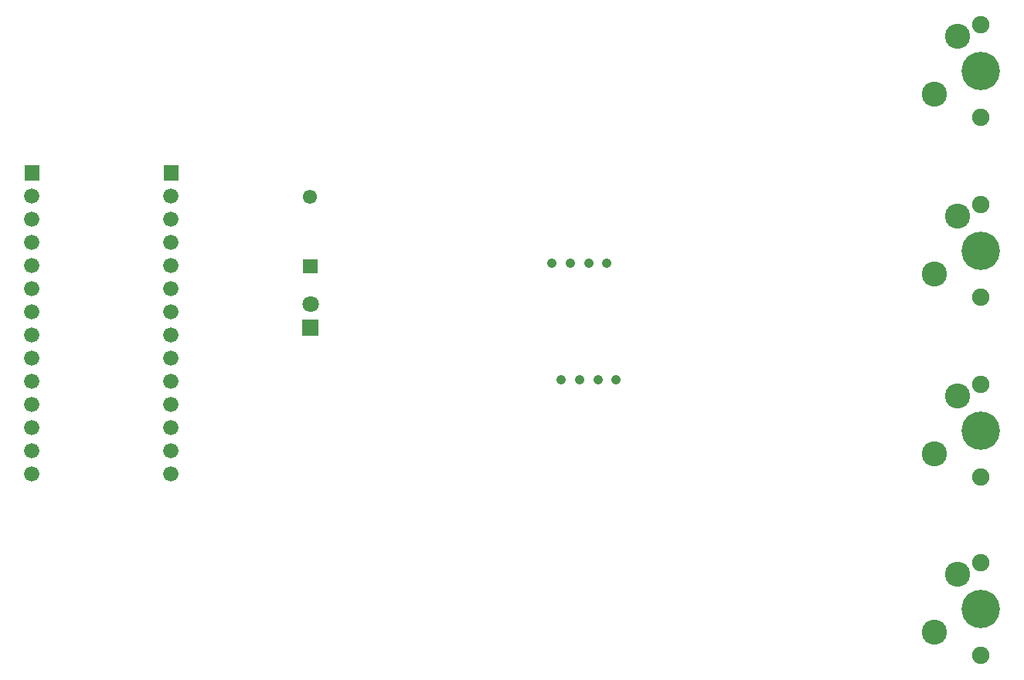
<source format=gbr>
G04 start of page 6 for group -4063 idx -4063 *
G04 Title: (unknown), componentmask *
G04 Creator: pcb 4.1.2 *
G04 CreationDate: Sat Sep 15 12:59:34 2018 UTC *
G04 For: mytch *
G04 Format: Gerber/RS-274X *
G04 PCB-Dimensions (mil): 6000.00 5000.00 *
G04 PCB-Coordinate-Origin: lower left *
%MOIN*%
%FSLAX25Y25*%
%LNTOPMASK*%
%ADD53C,0.0710*%
%ADD52C,0.0610*%
%ADD51C,0.0660*%
%ADD50C,0.0001*%
%ADD49C,0.0420*%
%ADD48C,0.1655*%
%ADD47C,0.0749*%
%ADD46C,0.1080*%
G54D46*X439206Y228300D03*
G54D47*X449206Y233300D03*
G54D46*X429206Y203300D03*
G54D48*X449206Y213300D03*
G54D47*Y193300D03*
G54D46*X439206Y305072D03*
X429206Y280072D03*
G54D48*X449206Y290072D03*
G54D47*Y310072D03*
Y270072D03*
G54D49*X268425Y312086D03*
X276299D03*
X284173D03*
X264488Y362677D03*
X272362D03*
X280236D03*
X288110D03*
X292047Y312086D03*
G54D46*X439206Y382828D03*
G54D48*X449206Y367828D03*
G54D47*Y387828D03*
Y347828D03*
G54D46*X429206Y357828D03*
Y435584D03*
X439206Y460584D03*
G54D48*X449206Y445584D03*
G54D47*Y465584D03*
Y425584D03*
G54D50*G36*
X36857Y404796D02*Y398196D01*
X43457D01*
Y404796D01*
X36857D01*
G37*
G36*
X96857D02*Y398196D01*
X103457D01*
Y404796D01*
X96857D01*
G37*
G54D51*X40157Y391496D03*
G54D52*X160157Y391338D03*
G54D51*X40157Y381496D03*
Y371496D03*
Y361496D03*
X100157Y391496D03*
Y381496D03*
Y371496D03*
Y361496D03*
Y351496D03*
Y341496D03*
Y331496D03*
G54D50*G36*
X156646Y338313D02*Y331213D01*
X163746D01*
Y338313D01*
X156646D01*
G37*
G54D53*X160196Y344763D03*
G54D50*G36*
X157107Y364388D02*Y358288D01*
X163207D01*
Y364388D01*
X157107D01*
G37*
G54D51*X100157Y321496D03*
Y311496D03*
Y301496D03*
Y291496D03*
Y281496D03*
Y271496D03*
X40157Y351496D03*
Y341496D03*
Y331496D03*
Y321496D03*
Y311496D03*
Y301496D03*
Y291496D03*
Y281496D03*
Y271496D03*
M02*

</source>
